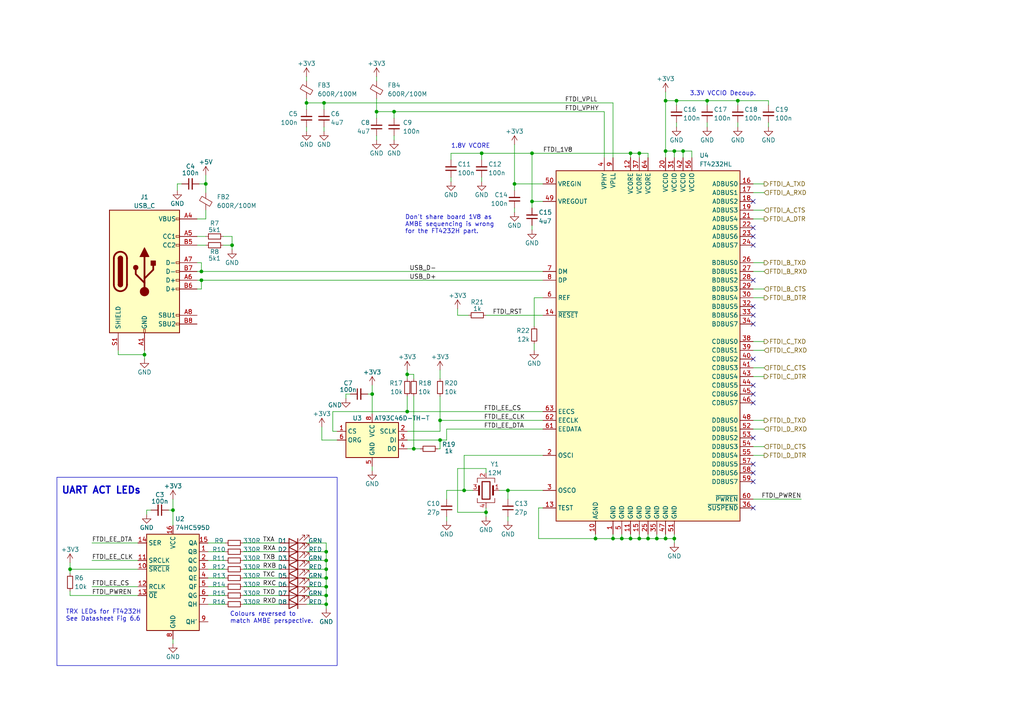
<source format=kicad_sch>
(kicad_sch (version 20230121) (generator eeschema)
  (paper "A4")
  (title_block (title "Quad AMBE-3000R Board") (date "2024-02-23") (rev "1.00") (company "M1GEO & G8OCV") (comment 1 "https://github.com/m1geo/Quad-AMBE3000") (comment 2 "https://www.george-smart.co.uk"))
  (lib_symbols
    (symbol "74xx:74HC595"
      (property "Reference" "U" (at -7.62 13.97 0))
      (property "Value" "74HC595" (at -7.62 -16.51 0))
      (symbol "74HC595_1_0"
        (pin tri_state line (at 10.16 7.62 180) (length 2.54) (name "QB") (number "1"))
        (pin input line (at -10.16 2.54 0) (length 2.54) (name "~{SRCLR}") (number "10"))
        (pin input line (at -10.16 5.08 0) (length 2.54) (name "SRCLK") (number "11"))
        (pin input line (at -10.16 -2.54 0) (length 2.54) (name "RCLK") (number "12"))
        (pin input line (at -10.16 -5.08 0) (length 2.54) (name "~{OE}") (number "13"))
        (pin input line (at -10.16 10.16 0) (length 2.54) (name "SER") (number "14"))
        (pin tri_state line (at 10.16 10.16 180) (length 2.54) (name "QA") (number "15"))
        (pin power_in line (at 0 15.24 270) (length 2.54) (name "VCC") (number "16"))
        (pin tri_state line (at 10.16 5.08 180) (length 2.54) (name "QC") (number "2"))
        (pin tri_state line (at 10.16 2.54 180) (length 2.54) (name "QD") (number "3"))
        (pin tri_state line (at 10.16 0 180) (length 2.54) (name "QE") (number "4"))
        (pin tri_state line (at 10.16 -2.54 180) (length 2.54) (name "QF") (number "5"))
        (pin tri_state line (at 10.16 -5.08 180) (length 2.54) (name "QG") (number "6"))
        (pin tri_state line (at 10.16 -7.62 180) (length 2.54) (name "QH") (number "7"))
        (pin power_in line (at 0 -17.78 90) (length 2.54) (name "GND") (number "8"))
        (pin output line (at 10.16 -12.7 180) (length 2.54) (name "QH'") (number "9"))
      )
      (symbol "74HC595_1_1"
        (rectangle (start -7.62 12.7) (end 7.62 -15.24) (stroke (width 0.254)) (fill (type background)))
      )
    )
    (symbol "Connector:USB_C_Receptacle_USB2.0_16P" (pin_names (offset 1.016))
      (property "Reference" "J" (at 0 22.225 0))
      (property "Value" "USB_C_Receptacle_USB2.0_16P" (at 0 19.685 0))
      (symbol "USB_C_Receptacle_USB2.0_16P_0_0"
        (rectangle (start -0.254 -17.78) (end 0.254 -16.764))
        (rectangle (start 10.16 -14.986) (end 9.144 -15.494))
        (rectangle (start 10.16 -12.446) (end 9.144 -12.954))
        (rectangle (start 10.16 -4.826) (end 9.144 -5.334))
        (rectangle (start 10.16 -2.286) (end 9.144 -2.794))
        (rectangle (start 10.16 0.254) (end 9.144 -0.254))
        (rectangle (start 10.16 2.794) (end 9.144 2.286))
        (rectangle (start 10.16 7.874) (end 9.144 7.366))
        (rectangle (start 10.16 10.414) (end 9.144 9.906))
        (rectangle (start 10.16 15.494) (end 9.144 14.986))
      )
      (symbol "USB_C_Receptacle_USB2.0_16P_0_1"
        (rectangle (start -10.16 17.78) (end 10.16 -17.78) (stroke (width 0.254)) (fill (type background)))
        (arc (start -8.89 -3.81) (mid -6.985 -5.7067) (end -5.08 -3.81) (stroke (width 0.508)))
        (arc (start -7.62 -3.81) (mid -6.985 -4.4423) (end -6.35 -3.81) (stroke (width 0.254)))
        (arc (start -7.62 -3.81) (mid -6.985 -4.4423) (end -6.35 -3.81) (stroke (width 0.254)) (fill (type outline)))
        (rectangle (start -7.62 -3.81) (end -6.35 3.81) (stroke (width 0.254)) (fill (type outline)))
        (arc (start -6.35 3.81) (mid -6.985 4.4423) (end -7.62 3.81) (stroke (width 0.254)))
        (arc (start -6.35 3.81) (mid -6.985 4.4423) (end -7.62 3.81) (stroke (width 0.254)) (fill (type outline)))
        (arc (start -5.08 3.81) (mid -6.985 5.7067) (end -8.89 3.81) (stroke (width 0.508)))
        (circle (center -2.54 1.143) (radius 0.635) (stroke (width 0.254)) (fill (type outline)))
        (circle (center 0 -5.842) (radius 1.27) (fill (type outline)))
        (polyline (pts (xy -8.89 -3.81) (xy -8.89 3.81)) (stroke (width 0.508)))
        (polyline (pts (xy -5.08 3.81) (xy -5.08 -3.81)) (stroke (width 0.508)))
        (polyline (pts (xy 0 -5.842) (xy 0 4.318)) (stroke (width 0.508)))
        (polyline (pts (xy 0 -3.302) (xy -2.54 -0.762) (xy -2.54 0.508)) (stroke (width 0.508)))
        (polyline (pts (xy 0 -2.032) (xy 2.54 0.508) (xy 2.54 1.778)) (stroke (width 0.508)))
        (polyline (pts (xy -1.27 4.318) (xy 0 6.858) (xy 1.27 4.318) (xy -1.27 4.318)) (stroke (width 0.254)) (fill (type outline)))
        (rectangle (start 1.905 1.778) (end 3.175 3.048) (stroke (width 0.254)) (fill (type outline)))
      )
      (symbol "USB_C_Receptacle_USB2.0_16P_1_1"
        (pin passive line (at 0 -22.86 90) (length 5.08) (name "GND") (number "A1"))
        (pin passive line (at 0 -22.86 90) (length 5.08) hide (name "GND") (number "A12"))
        (pin passive line (at 15.24 15.24 180) (length 5.08) (name "VBUS") (number "A4"))
        (pin bidirectional line (at 15.24 10.16 180) (length 5.08) (name "CC1") (number "A5"))
        (pin bidirectional line (at 15.24 -2.54 180) (length 5.08) (name "D+") (number "A6"))
        (pin bidirectional line (at 15.24 2.54 180) (length 5.08) (name "D-") (number "A7"))
        (pin bidirectional line (at 15.24 -12.7 180) (length 5.08) (name "SBU1") (number "A8"))
        (pin passive line (at 15.24 15.24 180) (length 5.08) hide (name "VBUS") (number "A9"))
        (pin passive line (at 0 -22.86 90) (length 5.08) hide (name "GND") (number "B1"))
        (pin passive line (at 0 -22.86 90) (length 5.08) hide (name "GND") (number "B12"))
        (pin passive line (at 15.24 15.24 180) (length 5.08) hide (name "VBUS") (number "B4"))
        (pin bidirectional line (at 15.24 7.62 180) (length 5.08) (name "CC2") (number "B5"))
        (pin bidirectional line (at 15.24 -5.08 180) (length 5.08) (name "D+") (number "B6"))
        (pin bidirectional line (at 15.24 0 180) (length 5.08) (name "D-") (number "B7"))
        (pin bidirectional line (at 15.24 -15.24 180) (length 5.08) (name "SBU2") (number "B8"))
        (pin passive line (at 15.24 15.24 180) (length 5.08) hide (name "VBUS") (number "B9"))
        (pin passive line (at -7.62 -22.86 90) (length 5.08) (name "SHIELD") (number "S1"))
      )
    )
    (symbol "Device:C_Small" (pin_numbers hide) (pin_names (offset 0.254) hide)
      (property "Reference" "C" (at 0.254 1.778 0))
      (property "Value" "C_Small" (at 0.254 -2.032 0))
      (symbol "C_Small_0_1"
        (polyline (pts (xy -1.524 -0.508) (xy 1.524 -0.508)) (stroke (width 0.3302)))
        (polyline (pts (xy -1.524 0.508) (xy 1.524 0.508)) (stroke (width 0.3048)))
      )
      (symbol "C_Small_1_1"
        (pin passive line (at 0 2.54 270) (length 2.032) (name "~") (number "1"))
        (pin passive line (at 0 -2.54 90) (length 2.032) (name "~") (number "2"))
      )
    )
    (symbol "Device:Crystal_GND24" (pin_names (offset 1.016) hide)
      (property "Reference" "Y" (at 3.175 5.08 0))
      (property "Value" "Crystal_GND24" (at 3.175 3.175 0))
      (symbol "Crystal_GND24_0_1"
        (rectangle (start -1.143 2.54) (end 1.143 -2.54) (stroke (width 0.3048)))
        (polyline (pts (xy -2.54 0) (xy -2.032 0)))
        (polyline (pts (xy -2.032 -1.27) (xy -2.032 1.27)) (stroke (width 0.508)))
        (polyline (pts (xy 0 -3.81) (xy 0 -3.556)))
        (polyline (pts (xy 0 3.556) (xy 0 3.81)))
        (polyline (pts (xy 2.032 -1.27) (xy 2.032 1.27)) (stroke (width 0.508)))
        (polyline (pts (xy 2.032 0) (xy 2.54 0)))
        (polyline (pts (xy -2.54 -2.286) (xy -2.54 -3.556) (xy 2.54 -3.556) (xy 2.54 -2.286)))
        (polyline (pts (xy -2.54 2.286) (xy -2.54 3.556) (xy 2.54 3.556) (xy 2.54 2.286)))
      )
      (symbol "Crystal_GND24_1_1"
        (pin passive line (at -3.81 0 0) (length 1.27) (name "1") (number "1"))
        (pin passive line (at 0 5.08 270) (length 1.27) (name "2") (number "2"))
        (pin passive line (at 3.81 0 180) (length 1.27) (name "3") (number "3"))
        (pin passive line (at 0 -5.08 90) (length 1.27) (name "4") (number "4"))
      )
    )
    (symbol "Device:FerriteBead_Small" (pin_numbers hide) (pin_names (offset 0))
      (property "Reference" "FB" (at 1.905 1.27 0))
      (property "Value" "FerriteBead_Small" (at 1.905 -1.27 0))
      (symbol "FerriteBead_Small_0_1"
        (polyline (pts (xy 0 -1.27) (xy 0 -0.7874)))
        (polyline (pts (xy 0 0.889) (xy 0 1.2954)))
        (polyline (pts (xy -1.8288 0.2794) (xy -1.1176 1.4986) (xy 1.8288 -0.2032) (xy 1.1176 -1.4224) (xy -1.8288 0.2794)))
      )
      (symbol "FerriteBead_Small_1_1"
        (pin passive line (at 0 2.54 270) (length 1.27) (name "~") (number "1"))
        (pin passive line (at 0 -2.54 90) (length 1.27) (name "~") (number "2"))
      )
    )
    (symbol "Device:LED" (pin_numbers hide) (pin_names (offset 1.016) hide)
      (property "Reference" "D" (at 0 2.54 0))
      (property "Value" "LED" (at 0 -2.54 0))
      (symbol "LED_0_1"
        (polyline (pts (xy -1.27 -1.27) (xy -1.27 1.27)) (stroke (width 0.254)))
        (polyline (pts (xy -1.27 0) (xy 1.27 0)))
        (polyline (pts (xy 1.27 -1.27) (xy 1.27 1.27) (xy -1.27 0) (xy 1.27 -1.27)) (stroke (width 0.254)))
        (polyline (pts (xy -3.048 -0.762) (xy -4.572 -2.286) (xy -3.81 -2.286) (xy -4.572 -2.286) (xy -4.572 -1.524)))
        (polyline (pts (xy -1.778 -0.762) (xy -3.302 -2.286) (xy -2.54 -2.286) (xy -3.302 -2.286) (xy -3.302 -1.524)))
      )
      (symbol "LED_1_1"
        (pin passive line (at -3.81 0 0) (length 2.54) (name "K") (number "1"))
        (pin passive line (at 3.81 0 180) (length 2.54) (name "A") (number "2"))
      )
    )
    (symbol "Device:R_Small" (pin_numbers hide) (pin_names (offset 0.254) hide)
      (property "Reference" "R" (at 0.762 0.508 0))
      (property "Value" "R_Small" (at 0.762 -1.016 0))
      (symbol "R_Small_0_1"
        (rectangle (start -0.762 1.778) (end 0.762 -1.778) (stroke (width 0.2032)))
      )
      (symbol "R_Small_1_1"
        (pin passive line (at 0 2.54 270) (length 0.762) (name "~") (number "1"))
        (pin passive line (at 0 -2.54 90) (length 0.762) (name "~") (number "2"))
      )
    )
    (symbol "Interface_USB:FT4232H"
      (property "Reference" "U" (at -26.67 53.34 0))
      (property "Value" "FT4232H" (at 19.05 53.34 0))
      (symbol "FT4232H_0_1"
        (rectangle (start -26.67 -49.53) (end 26.67 52.07) (stroke (width 0.254)) (fill (type background)))
      )
      (symbol "FT4232H_1_1"
        (pin power_in line (at -10.16 -53.34 90) (length 3.81) (name "GND") (number "1"))
        (pin power_in line (at -15.24 -53.34 90) (length 3.81) (name "AGND") (number "10"))
        (pin power_in line (at -5.08 -53.34 90) (length 3.81) (name "GND") (number "11"))
        (pin power_in line (at -5.08 55.88 270) (length 3.81) (name "VCORE") (number "12"))
        (pin input line (at -30.48 -45.72 0) (length 3.81) (name "TEST") (number "13"))
        (pin input line (at -30.48 10.16 0) (length 3.81) (name "~{RESET}") (number "14"))
        (pin power_in line (at -2.54 -53.34 90) (length 3.81) (name "GND") (number "15"))
        (pin bidirectional line (at 30.48 48.26 180) (length 3.81) (name "ADBUS0") (number "16"))
        (pin bidirectional line (at 30.48 45.72 180) (length 3.81) (name "ADBUS1") (number "17"))
        (pin bidirectional line (at 30.48 43.18 180) (length 3.81) (name "ADBUS2") (number "18"))
        (pin bidirectional line (at 30.48 40.64 180) (length 3.81) (name "ADBUS3") (number "19"))
        (pin input line (at -30.48 -30.48 0) (length 3.81) (name "OSCI") (number "2"))
        (pin power_in line (at 5.08 55.88 270) (length 3.81) (name "VCCIO") (number "20"))
        (pin bidirectional line (at 30.48 38.1 180) (length 3.81) (name "ADBUS4") (number "21"))
        (pin bidirectional line (at 30.48 35.56 180) (length 3.81) (name "ADBUS5") (number "22"))
        (pin bidirectional line (at 30.48 33.02 180) (length 3.81) (name "ADBUS6") (number "23"))
        (pin bidirectional line (at 30.48 30.48 180) (length 3.81) (name "ADBUS7") (number "24"))
        (pin power_in line (at 0 -53.34 90) (length 3.81) (name "GND") (number "25"))
        (pin bidirectional line (at 30.48 25.4 180) (length 3.81) (name "BDBUS0") (number "26"))
        (pin bidirectional line (at 30.48 22.86 180) (length 3.81) (name "BDBUS1") (number "27"))
        (pin bidirectional line (at 30.48 20.32 180) (length 3.81) (name "BDBUS2") (number "28"))
        (pin bidirectional line (at 30.48 17.78 180) (length 3.81) (name "BDBUS3") (number "29"))
        (pin output line (at -30.48 -40.64 0) (length 3.81) (name "OSCO") (number "3"))
        (pin bidirectional line (at 30.48 15.24 180) (length 3.81) (name "BDBUS4") (number "30"))
        (pin power_in line (at 7.62 55.88 270) (length 3.81) (name "VCCIO") (number "31"))
        (pin bidirectional line (at 30.48 12.7 180) (length 3.81) (name "BDBUS5") (number "32"))
        (pin bidirectional line (at 30.48 10.16 180) (length 3.81) (name "BDBUS6") (number "33"))
        (pin bidirectional line (at 30.48 7.62 180) (length 3.81) (name "BDBUS7") (number "34"))
        (pin power_in line (at 2.54 -53.34 90) (length 3.81) (name "GND") (number "35"))
        (pin output line (at 30.48 -45.72 180) (length 3.81) (name "~{SUSPEND}") (number "36"))
        (pin power_in line (at -2.54 55.88 270) (length 3.81) (name "VCORE") (number "37"))
        (pin bidirectional line (at 30.48 2.54 180) (length 3.81) (name "CDBUS0") (number "38"))
        (pin bidirectional line (at 30.48 0 180) (length 3.81) (name "CDBUS1") (number "39"))
        (pin power_in line (at -12.7 55.88 270) (length 3.81) (name "VPHY") (number "4"))
        (pin bidirectional line (at 30.48 -2.54 180) (length 3.81) (name "CDBUS2") (number "40"))
        (pin bidirectional line (at 30.48 -5.08 180) (length 3.81) (name "CDBUS3") (number "41"))
        (pin power_in line (at 10.16 55.88 270) (length 3.81) (name "VCCIO") (number "42"))
        (pin bidirectional line (at 30.48 -7.62 180) (length 3.81) (name "CDBUS4") (number "43"))
        (pin bidirectional line (at 30.48 -10.16 180) (length 3.81) (name "CDBUS5") (number "44"))
        (pin bidirectional line (at 30.48 -12.7 180) (length 3.81) (name "CDBUS6") (number "45"))
        (pin bidirectional line (at 30.48 -15.24 180) (length 3.81) (name "CDBUS7") (number "46"))
        (pin power_in line (at 5.08 -53.34 90) (length 3.81) (name "GND") (number "47"))
        (pin bidirectional line (at 30.48 -20.32 180) (length 3.81) (name "DDBUS0") (number "48"))
        (pin power_out line (at -30.48 43.18 0) (length 3.81) (name "VREGOUT") (number "49"))
        (pin power_in line (at -7.62 -53.34 90) (length 3.81) (name "GND") (number "5"))
        (pin power_in line (at -30.48 48.26 0) (length 3.81) (name "VREGIN") (number "50"))
        (pin power_in line (at 7.62 -53.34 90) (length 3.81) (name "GND") (number "51"))
        (pin bidirectional line (at 30.48 -22.86 180) (length 3.81) (name "DDBUS1") (number "52"))
        (pin bidirectional line (at 30.48 -25.4 180) (length 3.81) (name "DDBUS2") (number "53"))
        (pin bidirectional line (at 30.48 -27.94 180) (length 3.81) (name "DDBUS3") (number "54"))
        (pin bidirectional line (at 30.48 -30.48 180) (length 3.81) (name "DDBUS4") (number "55"))
        (pin power_in line (at 12.7 55.88 270) (length 3.81) (name "VCCIO") (number "56"))
        (pin bidirectional line (at 30.48 -33.02 180) (length 3.81) (name "DDBUS5") (number "57"))
        (pin bidirectional line (at 30.48 -35.56 180) (length 3.81) (name "DDBUS6") (number "58"))
        (pin bidirectional line (at 30.48 -38.1 180) (length 3.81) (name "DDBUS7") (number "59"))
        (pin input line (at -30.48 15.24 0) (length 3.81) (name "REF") (number "6"))
        (pin output line (at 30.48 -43.18 180) (length 3.81) (name "~{PWREN}") (number "60"))
        (pin bidirectional line (at -30.48 -22.86 0) (length 3.81) (name "EEDATA") (number "61"))
        (pin output line (at -30.48 -20.32 0) (length 3.81) (name "EECLK") (number "62"))
        (pin output line (at -30.48 -17.78 0) (length 3.81) (name "EECS") (number "63"))
        (pin power_in line (at 0 55.88 270) (length 3.81) (name "VCORE") (number "64"))
        (pin bidirectional line (at -30.48 22.86 0) (length 3.81) (name "DM") (number "7"))
        (pin bidirectional line (at -30.48 20.32 0) (length 3.81) (name "DP") (number "8"))
        (pin power_in line (at -10.16 55.88 270) (length 3.81) (name "VPLL") (number "9"))
      )
    )
    (symbol "Memory_EEPROM:93CxxC"
      (property "Reference" "U" (at -7.62 6.35 0))
      (property "Value" "93CxxC" (at 2.54 -6.35 0))
      (symbol "93CxxC_1_1"
        (rectangle (start -7.62 5.08) (end 7.62 -5.08) (stroke (width 0.254)) (fill (type background)))
        (pin input line (at -10.16 2.54 0) (length 2.54) (name "CS") (number "1"))
        (pin input line (at 10.16 2.54 180) (length 2.54) (name "SCLK") (number "2"))
        (pin input line (at 10.16 0 180) (length 2.54) (name "DI") (number "3"))
        (pin tri_state line (at 10.16 -2.54 180) (length 2.54) (name "DO") (number "4"))
        (pin power_in line (at 0 -7.62 90) (length 2.54) (name "GND") (number "5"))
        (pin input line (at -10.16 0 0) (length 2.54) (name "ORG") (number "6"))
        (pin no_connect line (at -7.62 -2.54 0) (length 2.54) hide (name "NC") (number "7"))
        (pin power_in line (at 0 7.62 270) (length 2.54) (name "VCC") (number "8"))
      )
    )
    (symbol "power:+3V3" (power) (pin_names (offset 0))
      (property "Value" "+3V3" (at 0 3.556 0))
      (symbol "+3V3_0_1"
        (polyline (pts (xy -0.762 1.27) (xy 0 2.54)))
        (polyline (pts (xy 0 0) (xy 0 2.54)))
        (polyline (pts (xy 0 2.54) (xy 0.762 1.27)))
      )
      (symbol "+3V3_1_1"
        (pin power_in line (at 0 0 90) (length 0) hide (name "+3V3") (number "1"))
      )
    )
    (symbol "power:+5V" (power) (pin_names (offset 0))
      (property "Value" "+5V" (at 0 3.556 0))
      (symbol "+5V_0_1"
        (polyline (pts (xy -0.762 1.27) (xy 0 2.54)))
        (polyline (pts (xy 0 0) (xy 0 2.54)))
        (polyline (pts (xy 0 2.54) (xy 0.762 1.27)))
      )
      (symbol "+5V_1_1"
        (pin power_in line (at 0 0 90) (length 0) hide (name "+5V") (number "1"))
      )
    )
    (symbol "power:GND" (power) (pin_names (offset 0))
      (property "Value" "GND" (at 0 -3.81 0))
      (symbol "GND_0_1"
        (polyline (pts (xy 0 0) (xy 0 -1.27) (xy 1.27 -1.27) (xy 0 -2.54) (xy -1.27 -1.27) (xy 0 -1.27)))
      )
      (symbol "GND_1_1"
        (pin power_in line (at 0 0 270) (length 0) hide (name "GND") (number "1"))
      )
    )
  )
  (junction (at 193.04 29.21))
  (junction (at 195.58 156.21))
  (junction (at 118.11 119.38))
  (junction (at 139.7 44.45))
  (junction (at 94.615 172.72))
  (junction (at 127.635 121.92))
  (junction (at 172.72 156.21))
  (junction (at 94.615 162.56))
  (junction (at 140.97 148.59))
  (junction (at 58.42 78.74))
  (junction (at 177.8 156.21))
  (junction (at 185.42 156.21))
  (junction (at 67.31 71.12))
  (junction (at 107.95 114.3))
  (junction (at 190.5 156.21))
  (junction (at 114.3 32.385))
  (junction (at 58.42 81.28))
  (junction (at 193.04 156.21))
  (junction (at 20.32 165.1))
  (junction (at 205.105 29.21))
  (junction (at 94.615 170.18))
  (junction (at 198.12 43.815))
  (junction (at 182.88 44.45))
  (junction (at 94.615 160.02))
  (junction (at 120.015 130.175))
  (junction (at 94.615 167.64))
  (junction (at 88.9 29.845))
  (junction (at 154.305 44.45))
  (junction (at 41.91 102.87))
  (junction (at 180.34 156.21))
  (junction (at 94.615 175.26))
  (junction (at 196.215 29.21))
  (junction (at 195.58 43.815))
  (junction (at 187.96 156.21))
  (junction (at 50.165 147.955))
  (junction (at 109.22 32.385))
  (junction (at 154.305 58.42))
  (junction (at 149.225 53.34))
  (junction (at 185.42 44.45))
  (junction (at 147.32 142.24))
  (junction (at 59.69 53.34))
  (junction (at 118.11 108.585))
  (junction (at 213.995 29.21))
  (junction (at 93.98 29.845))
  (junction (at 182.88 156.21))
  (junction (at 127.635 127.635))
  (junction (at 193.04 43.815))
  (junction (at 94.615 165.1))
  (junction (at 134.62 142.24))
  (no_connect (at 218.44 104.14))
  (no_connect (at 218.44 81.28))
  (no_connect (at 218.44 134.62))
  (no_connect (at 218.44 114.3))
  (no_connect (at 218.44 139.7))
  (no_connect (at 218.44 127))
  (no_connect (at 218.44 66.04))
  (no_connect (at 218.44 88.9))
  (no_connect (at 218.44 111.76))
  (no_connect (at 218.44 137.16))
  (no_connect (at 218.44 91.44))
  (no_connect (at 218.44 71.12))
  (no_connect (at 218.44 116.84))
  (no_connect (at 218.44 58.42))
  (no_connect (at 218.44 93.98))
  (no_connect (at 218.44 68.58))
  (no_connect (at 218.44 147.32))
  (wire (pts (xy 218.44 86.36) (xy 221.615 86.36)))
  (wire (pts (xy 88.9 28.575) (xy 88.9 29.845)))
  (wire (pts (xy 218.44 60.96) (xy 221.615 60.96)))
  (wire (pts (xy 109.22 22.225) (xy 109.22 23.495)))
  (wire (pts (xy 193.04 156.21) (xy 193.04 154.94)))
  (wire (pts (xy 93.98 36.83) (xy 93.98 38.1)))
  (wire (pts (xy 60.325 162.56) (xy 65.405 162.56)))
  (wire (pts (xy 100.33 114.3) (xy 100.33 115.57)))
  (wire (pts (xy 118.11 108.585) (xy 118.11 109.855)))
  (wire (pts (xy 190.5 156.21) (xy 193.04 156.21)))
  (wire (pts (xy 205.105 29.21) (xy 205.105 30.48)))
  (wire (pts (xy 88.9 172.72) (xy 94.615 172.72)))
  (wire (pts (xy 140.97 135.89) (xy 132.715 135.89)))
  (wire (pts (xy 172.72 156.21) (xy 177.8 156.21)))
  (wire (pts (xy 88.9 29.845) (xy 88.9 31.75)))
  (wire (pts (xy 114.3 32.385) (xy 109.22 32.385)))
  (wire (pts (xy 51.435 53.34) (xy 51.435 55.245)))
  (wire (pts (xy 213.995 35.56) (xy 213.995 36.83)))
  (wire (pts (xy 222.885 29.21) (xy 213.995 29.21)))
  (wire (pts (xy 60.325 170.18) (xy 65.405 170.18)))
  (wire (pts (xy 57.15 71.12) (xy 59.69 71.12)))
  (wire (pts (xy 94.615 162.56) (xy 94.615 165.1)))
  (wire (pts (xy 198.12 43.815) (xy 198.12 45.72)))
  (wire (pts (xy 118.11 107.315) (xy 118.11 108.585)))
  (wire (pts (xy 154.305 65.405) (xy 154.305 66.675)))
  (wire (pts (xy 130.81 44.45) (xy 130.81 46.355)))
  (wire (pts (xy 139.7 51.435) (xy 139.7 52.705)))
  (wire (pts (xy 57.15 68.58) (xy 59.69 68.58)))
  (wire (pts (xy 177.8 29.845) (xy 177.8 45.72)))
  (wire (pts (xy 200.66 43.815) (xy 200.66 45.72)))
  (wire (pts (xy 41.91 102.87) (xy 41.91 104.14)))
  (wire (pts (xy 57.785 53.34) (xy 59.69 53.34)))
  (wire (pts (xy 147.32 142.24) (xy 157.48 142.24)))
  (wire (pts (xy 139.7 44.45) (xy 154.305 44.45)))
  (wire (pts (xy 177.8 29.845) (xy 93.98 29.845)))
  (wire (pts (xy 96.52 119.38) (xy 96.52 125.095)))
  (wire (pts (xy 127.635 127.635) (xy 127.635 130.175)))
  (wire (pts (xy 88.9 36.83) (xy 88.9 38.1)))
  (wire (pts (xy 107.95 136.525) (xy 107.95 135.255)))
  (wire (pts (xy 96.52 119.38) (xy 118.11 119.38)))
  (wire (pts (xy 60.325 172.72) (xy 65.405 172.72)))
  (wire (pts (xy 93.98 29.845) (xy 88.9 29.845)))
  (wire (pts (xy 88.9 170.18) (xy 94.615 170.18)))
  (wire (pts (xy 147.32 149.86) (xy 147.32 151.13)))
  (wire (pts (xy 129.54 142.24) (xy 134.62 142.24)))
  (wire (pts (xy 93.345 127.635) (xy 97.79 127.635)))
  (wire (pts (xy 193.04 26.67) (xy 193.04 29.21)))
  (wire (pts (xy 218.44 78.74) (xy 221.615 78.74)))
  (wire (pts (xy 154.94 99.695) (xy 154.94 101.6)))
  (wire (pts (xy 57.15 83.82) (xy 58.42 83.82)))
  (wire (pts (xy 70.485 157.48) (xy 81.28 157.48)))
  (wire (pts (xy 139.7 44.45) (xy 139.7 46.355)))
  (wire (pts (xy 70.485 162.56) (xy 81.28 162.56)))
  (wire (pts (xy 195.58 156.21) (xy 195.58 157.48)))
  (wire (pts (xy 218.44 132.08) (xy 221.615 132.08)))
  (wire (pts (xy 64.77 71.12) (xy 67.31 71.12)))
  (wire (pts (xy 149.225 53.34) (xy 157.48 53.34)))
  (wire (pts (xy 120.015 130.175) (xy 121.92 130.175)))
  (wire (pts (xy 218.44 55.88) (xy 221.615 55.88)))
  (wire (pts (xy 70.485 165.1) (xy 81.28 165.1)))
  (wire (pts (xy 96.52 125.095) (xy 97.79 125.095)))
  (wire (pts (xy 20.32 172.72) (xy 20.32 171.45)))
  (wire (pts (xy 195.58 43.815) (xy 195.58 45.72)))
  (wire (pts (xy 60.325 160.02) (xy 65.405 160.02)))
  (wire (pts (xy 60.325 165.1) (xy 65.405 165.1)))
  (wire (pts (xy 134.62 142.24) (xy 137.16 142.24)))
  (wire (pts (xy 185.42 156.21) (xy 187.96 156.21)))
  (wire (pts (xy 60.325 157.48) (xy 65.405 157.48)))
  (wire (pts (xy 218.44 124.46) (xy 221.615 124.46)))
  (wire (pts (xy 218.44 109.22) (xy 221.615 109.22)))
  (wire (pts (xy 127 130.175) (xy 127.635 130.175)))
  (wire (pts (xy 144.78 142.24) (xy 147.32 142.24)))
  (wire (pts (xy 140.97 147.32) (xy 140.97 148.59)))
  (wire (pts (xy 149.225 60.325) (xy 149.225 61.595)))
  (wire (pts (xy 94.615 165.1) (xy 94.615 167.64)))
  (wire (pts (xy 193.04 43.815) (xy 193.04 45.72)))
  (wire (pts (xy 70.485 172.72) (xy 81.28 172.72)))
  (wire (pts (xy 149.225 55.245) (xy 149.225 53.34)))
  (wire (pts (xy 52.705 53.34) (xy 51.435 53.34)))
  (wire (pts (xy 218.44 106.68) (xy 221.615 106.68)))
  (wire (pts (xy 57.15 76.2) (xy 58.42 76.2)))
  (wire (pts (xy 101.6 114.3) (xy 100.33 114.3)))
  (wire (pts (xy 213.995 29.21) (xy 205.105 29.21)))
  (wire (pts (xy 67.31 68.58) (xy 64.77 68.58)))
  (wire (pts (xy 50.165 144.78) (xy 50.165 147.955)))
  (wire (pts (xy 88.9 157.48) (xy 94.615 157.48)))
  (wire (pts (xy 118.11 114.935) (xy 118.11 119.38)))
  (wire (pts (xy 70.485 175.26) (xy 81.28 175.26)))
  (wire (pts (xy 67.31 72.39) (xy 67.31 71.12)))
  (wire (pts (xy 195.58 154.94) (xy 195.58 156.21)))
  (wire (pts (xy 88.9 167.64) (xy 94.615 167.64)))
  (wire (pts (xy 60.325 167.64) (xy 65.405 167.64)))
  (wire (pts (xy 132.715 148.59) (xy 140.97 148.59)))
  (wire (pts (xy 180.34 156.21) (xy 180.34 154.94)))
  (wire (pts (xy 120.015 114.935) (xy 120.015 130.175)))
  (wire (pts (xy 50.165 152.4) (xy 50.165 147.955)))
  (wire (pts (xy 132.715 89.535) (xy 132.715 91.44)))
  (wire (pts (xy 140.97 91.44) (xy 157.48 91.44)))
  (wire (pts (xy 218.44 129.54) (xy 221.615 129.54)))
  (wire (pts (xy 180.34 156.21) (xy 182.88 156.21)))
  (wire (pts (xy 154.305 44.45) (xy 154.305 58.42)))
  (wire (pts (xy 182.88 45.72) (xy 182.88 44.45)))
  (wire (pts (xy 34.29 102.87) (xy 41.91 102.87)))
  (wire (pts (xy 222.885 29.21) (xy 222.885 30.48)))
  (wire (pts (xy 57.15 63.5) (xy 59.69 63.5)))
  (wire (pts (xy 185.42 156.21) (xy 185.42 154.94)))
  (wire (pts (xy 157.48 132.08) (xy 134.62 132.08)))
  (wire (pts (xy 187.96 44.45) (xy 185.42 44.45)))
  (wire (pts (xy 193.04 156.21) (xy 195.58 156.21)))
  (wire (pts (xy 218.44 83.82) (xy 221.615 83.82)))
  (wire (pts (xy 190.5 156.21) (xy 190.5 154.94)))
  (wire (pts (xy 182.88 156.21) (xy 182.88 154.94)))
  (wire (pts (xy 88.9 22.225) (xy 88.9 23.495)))
  (wire (pts (xy 132.715 135.89) (xy 132.715 148.59)))
  (wire (pts (xy 157.48 147.32) (xy 156.21 147.32)))
  (wire (pts (xy 182.88 156.21) (xy 185.42 156.21)))
  (wire (pts (xy 218.44 144.78) (xy 232.41 144.78)))
  (wire (pts (xy 196.215 35.56) (xy 196.215 36.83)))
  (wire (pts (xy 57.15 81.28) (xy 58.42 81.28)))
  (wire (pts (xy 70.485 170.18) (xy 81.28 170.18)))
  (wire (pts (xy 59.69 53.34) (xy 59.69 50.8)))
  (wire (pts (xy 205.105 35.56) (xy 205.105 36.83)))
  (wire (pts (xy 94.615 157.48) (xy 94.615 160.02)))
  (wire (pts (xy 88.9 165.1) (xy 94.615 165.1)))
  (wire (pts (xy 20.32 172.72) (xy 40.005 172.72)))
  (wire (pts (xy 129.54 149.86) (xy 129.54 151.13)))
  (wire (pts (xy 129.54 142.24) (xy 129.54 144.78)))
  (wire (pts (xy 193.04 43.815) (xy 195.58 43.815)))
  (wire (pts (xy 140.97 137.16) (xy 140.97 135.89)))
  (wire (pts (xy 120.015 109.855) (xy 120.015 108.585)))
  (wire (pts (xy 107.95 114.3) (xy 106.68 114.3)))
  (wire (pts (xy 127.635 121.92) (xy 157.48 121.92)))
  (wire (pts (xy 58.42 81.28) (xy 157.48 81.28)))
  (wire (pts (xy 118.11 119.38) (xy 157.48 119.38)))
  (wire (pts (xy 41.91 101.6) (xy 41.91 102.87)))
  (wire (pts (xy 94.615 170.18) (xy 94.615 172.72)))
  (wire (pts (xy 88.9 160.02) (xy 94.615 160.02)))
  (wire (pts (xy 114.3 32.385) (xy 114.3 34.29)))
  (wire (pts (xy 26.67 162.56) (xy 40.005 162.56)))
  (wire (pts (xy 185.42 44.45) (xy 182.88 44.45)))
  (wire (pts (xy 67.31 71.12) (xy 67.31 68.58)))
  (wire (pts (xy 26.67 157.48) (xy 40.005 157.48)))
  (wire (pts (xy 129.54 124.46) (xy 157.48 124.46)))
  (wire (pts (xy 196.215 29.21) (xy 196.215 30.48)))
  (wire (pts (xy 175.26 32.385) (xy 175.26 45.72)))
  (wire (pts (xy 109.22 39.37) (xy 109.22 40.64)))
  (wire (pts (xy 130.81 51.435) (xy 130.81 52.705)))
  (wire (pts (xy 156.21 156.21) (xy 172.72 156.21)))
  (wire (pts (xy 42.545 147.955) (xy 42.545 149.225)))
  (wire (pts (xy 58.42 83.82) (xy 58.42 81.28)))
  (wire (pts (xy 140.97 148.59) (xy 140.97 149.86)))
  (wire (pts (xy 154.94 86.36) (xy 157.48 86.36)))
  (wire (pts (xy 187.96 156.21) (xy 190.5 156.21)))
  (wire (pts (xy 218.44 99.06) (xy 221.615 99.06)))
  (wire (pts (xy 34.29 101.6) (xy 34.29 102.87)))
  (wire (pts (xy 94.615 172.72) (xy 94.615 175.26)))
  (wire (pts (xy 70.485 160.02) (xy 81.28 160.02)))
  (wire (pts (xy 93.98 29.845) (xy 93.98 31.75)))
  (wire (pts (xy 218.44 101.6) (xy 221.615 101.6)))
  (wire (pts (xy 94.615 175.26) (xy 94.615 176.53)))
  (wire (pts (xy 57.15 78.74) (xy 58.42 78.74)))
  (wire (pts (xy 218.44 76.2) (xy 221.615 76.2)))
  (wire (pts (xy 26.67 170.18) (xy 40.005 170.18)))
  (wire (pts (xy 129.54 127.635) (xy 127.635 127.635)))
  (wire (pts (xy 187.96 45.72) (xy 187.96 44.45)))
  (wire (pts (xy 187.96 156.21) (xy 187.96 154.94)))
  (wire (pts (xy 205.105 29.21) (xy 196.215 29.21)))
  (wire (pts (xy 172.72 156.21) (xy 172.72 154.94)))
  (wire (pts (xy 213.995 29.21) (xy 213.995 30.48)))
  (wire (pts (xy 114.3 39.37) (xy 114.3 40.64)))
  (wire (pts (xy 129.54 124.46) (xy 129.54 127.635)))
  (wire (pts (xy 94.615 167.64) (xy 94.615 170.18)))
  (wire (pts (xy 218.44 53.34) (xy 221.615 53.34)))
  (wire (pts (xy 20.32 163.195) (xy 20.32 165.1)))
  (wire (pts (xy 120.015 108.585) (xy 118.11 108.585)))
  (wire (pts (xy 60.325 175.26) (xy 65.405 175.26)))
  (wire (pts (xy 118.11 127.635) (xy 127.635 127.635)))
  (wire (pts (xy 93.345 123.825) (xy 93.345 127.635)))
  (wire (pts (xy 58.42 78.74) (xy 157.48 78.74)))
  (wire (pts (xy 193.04 29.21) (xy 196.215 29.21)))
  (wire (pts (xy 147.32 142.24) (xy 147.32 144.78)))
  (wire (pts (xy 156.21 147.32) (xy 156.21 156.21)))
  (wire (pts (xy 175.26 32.385) (xy 114.3 32.385)))
  (wire (pts (xy 48.895 147.955) (xy 50.165 147.955)))
  (wire (pts (xy 177.8 156.21) (xy 180.34 156.21)))
  (wire (pts (xy 70.485 167.64) (xy 81.28 167.64)))
  (wire (pts (xy 154.305 60.325) (xy 154.305 58.42)))
  (wire (pts (xy 198.12 43.815) (xy 200.66 43.815)))
  (wire (pts (xy 118.11 130.175) (xy 120.015 130.175)))
  (wire (pts (xy 193.04 29.21) (xy 193.04 43.815)))
  (wire (pts (xy 20.32 165.1) (xy 40.005 165.1)))
  (wire (pts (xy 127.635 125.095) (xy 127.635 121.92)))
  (wire (pts (xy 132.715 91.44) (xy 135.89 91.44)))
  (wire (pts (xy 222.885 35.56) (xy 222.885 36.83)))
  (wire (pts (xy 109.22 28.575) (xy 109.22 32.385)))
  (wire (pts (xy 109.22 32.385) (xy 109.22 34.29)))
  (wire (pts (xy 195.58 43.815) (xy 198.12 43.815)))
  (wire (pts (xy 107.95 114.3) (xy 107.95 120.015)))
  (wire (pts (xy 154.305 58.42) (xy 157.48 58.42)))
  (wire (pts (xy 185.42 45.72) (xy 185.42 44.45)))
  (wire (pts (xy 59.69 60.96) (xy 59.69 63.5)))
  (wire (pts (xy 177.8 156.21) (xy 177.8 154.94)))
  (wire (pts (xy 59.69 53.34) (xy 59.69 55.88)))
  (wire (pts (xy 149.225 41.91) (xy 149.225 53.34)))
  (wire (pts (xy 20.32 165.1) (xy 20.32 166.37)))
  (wire (pts (xy 88.9 162.56) (xy 94.615 162.56)))
  (wire (pts (xy 218.44 121.92) (xy 221.615 121.92)))
  (wire (pts (xy 134.62 132.08) (xy 134.62 142.24)))
  (wire (pts (xy 58.42 76.2) (xy 58.42 78.74)))
  (wire (pts (xy 118.11 125.095) (xy 127.635 125.095)))
  (wire (pts (xy 42.545 147.955) (xy 43.815 147.955)))
  (wire (pts (xy 88.9 175.26) (xy 94.615 175.26)))
  (wire (pts (xy 218.44 63.5) (xy 221.615 63.5)))
  (wire (pts (xy 127.635 114.935) (xy 127.635 121.92)))
  (wire (pts (xy 107.95 114.3) (xy 107.95 111.76)))
  (wire (pts (xy 130.81 44.45) (xy 139.7 44.45)))
  (wire (pts (xy 154.94 94.615) (xy 154.94 86.36)))
  (wire (pts (xy 127.635 107.315) (xy 127.635 109.855)))
  (wire (pts (xy 182.88 44.45) (xy 154.305 44.45)))
  (wire (pts (xy 50.165 185.42) (xy 50.165 186.69)))
  (wire (pts (xy 94.615 160.02) (xy 94.615 162.56)))
  (rectangle (start 16.51 138.43) (end 97.79 193.04))
  (text "Colours reversed to\nmatch AMBE perspective." (at 66.675 180.975 0) (effects (font (size 1.27 1.27)) (justify left bottom)))
  (text "UART ACT LEDs" (at 17.78 143.51 0) (effects (font (size 2 2) (thickness 0.4) bold) (justify left bottom)))
  (text "TRX LEDs for FT4232H\nSee Datasheet Fig 6.6" (at 19.05 180.34 0) (effects (font (size 1.27 1.27)) (justify left bottom)))
  (text "1.8V VCORE" (at 130.81 43.18 0) (effects (font (size 1.27 1.27)) (justify left bottom)))
  (text "3.3V VCCIO Decoup." (at 200.025 27.94 0) (effects (font (size 1.27 1.27)) (justify left bottom)))
  (text "Don't share board 1V8 as\nAMBE sequencing is wrong\nfor the FT4232H part." (at 117.475 67.945 0) (effects (font (size 1.27 1.27)) (justify left bottom)))
  (label "FTDI_EE_CLK" (at 140.335 121.92 0))
  (label "FTDI_EE_CS" (at 26.67 170.18 0))
  (label "RXA" (at 76.2 160.02 0))
  (label "TXC" (at 76.2 167.64 0))
  (label "FTDI_EE_DTA" (at 26.67 157.48 0))
  (label "TXA" (at 76.2 157.48 0))
  (label "RXB" (at 76.2 165.1 0))
  (label "TXD" (at 76.2 172.72 0))
  (label "TXB" (at 76.2 162.56 0))
  (label "USB_D+" (at 118.745 81.28 0))
  (label "FTDI_PWREN" (at 232.41 144.78 180))
  (label "FTDI_EE_CLK" (at 26.67 162.56 0))
  (label "RXC" (at 76.2 170.18 0))
  (label "FTDI_VPLL" (at 163.83 29.845 0))
  (label "RXD" (at 76.2 175.26 0))
  (label "FTDI_EE_DTA" (at 140.335 124.46 0))
  (label "FTDI_EE_CS" (at 140.335 119.38 0))
  (label "FTDI_1V8" (at 157.48 44.45 0))
  (label "USB_D-" (at 118.745 78.74 0))
  (label "FTDI_VPHY" (at 163.83 32.385 0))
  (label "FTDI_RST" (at 142.875 91.44 0))
  (label "FTDI_PWREN" (at 26.67 172.72 0))
  (hierarchical_label "FTDI_B_RXD" (shape input) (at 221.615 78.74 0))
  (hierarchical_label "FTDI_D_CTS" (shape input) (at 221.615 129.54 0))
  (hierarchical_label "FTDI_D_TXD" (shape output) (at 221.615 121.92 0))
  (hierarchical_label "FTDI_C_TXD" (shape output) (at 221.615 99.06 0))
  (hierarchical_label "FTDI_A_CTS" (shape input) (at 221.615 60.96 0))
  (hierarchical_label "FTDI_C_DTR" (shape output) (at 221.615 109.22 0))
  (hierarchical_label "FTDI_C_CTS" (shape input) (at 221.615 106.68 0))
  (hierarchical_label "FTDI_D_RXD" (shape input) (at 221.615 124.46 0))
  (hierarchical_label "FTDI_B_CTS" (shape input) (at 221.615 83.82 0))
  (hierarchical_label "FTDI_B_DTR" (shape output) (at 221.615 86.36 0))
  (hierarchical_label "FTDI_A_TXD" (shape output) (at 221.615 53.34 0))
  (hierarchical_label "FTDI_C_RXD" (shape input) (at 221.615 101.6 0))
  (hierarchical_label "FTDI_A_RXD" (shape input) (at 221.615 55.88 0))
  (hierarchical_label "FTDI_D_DTR" (shape output) (at 221.615 132.08 0))
  (hierarchical_label "FTDI_B_TXD" (shape output) (at 221.615 76.2 0))
  (hierarchical_label "FTDI_A_DTR" (shape output) (at 221.615 63.5 0))
  (symbol (lib_id "power:GND") (at 147.32 151.13 0) (unit 1)
    (property "Reference" "#PWR032" (effects hide))
    (property "Value" "GND" (at 147.32 154.94 0))
  )
  (symbol (lib_id "power:GND") (at 222.885 36.83 0) (unit 1)
    (property "Reference" "#PWR042" (effects hide))
    (property "Value" "GND" (at 222.885 40.64 0))
  )
  (symbol (lib_id "power:GND") (at 42.545 149.225 0) (mirror y) (unit 1)
    (property "Reference" "#PWR08" (effects hide))
    (property "Value" "GND" (at 42.545 153.035 0))
  )
  (symbol (lib_id "power:+3V3") (at 93.345 123.825 0) (unit 1)
    (property "Reference" "#PWR016" (effects hide))
    (property "Value" "+3V3" (at 93.345 120.015 0))
  )
  (symbol (lib_id "Device:C_Small") (at 149.225 57.785 0) (mirror x) (unit 1)
    (property "Reference" "C14" (at 147.32 56.515 0) (effects (justify right)))
    (property "Value" "100n" (at 147.32 59.055 0) (effects (justify right)))
    (property "Footprint" "Capacitor_SMD:C_0603_1608Metric" (effects hide))
  )
  (symbol (lib_id "Device:R_Small") (at 67.945 167.64 90) (unit 1)
    (property "Reference" "R13" (at 63.5 167.005 90))
    (property "Value" "330R" (at 73.025 167.005 90))
    (property "Footprint" "Resistor_SMD:R_0603_1608Metric" (effects hide))
  )
  (symbol (lib_id "Device:LED") (at 85.09 167.64 180) (unit 1)
    (property "Reference" "D5" (at 81.915 167.005 0))
    (property "Value" "GRN" (at 91.44 167.005 0))
    (property "Footprint" "LED_SMD:LED_0603_1608Metric" (effects hide))
  )
  (symbol (lib_id "Device:R_Small") (at 62.23 68.58 90) (unit 1)
    (property "Reference" "R7" (at 62.23 64.77 90))
    (property "Value" "5k1" (at 62.23 66.675 90))
    (property "Footprint" "Resistor_SMD:R_0603_1608Metric" (effects hide))
  )
  (symbol (lib_id "Device:C_Small") (at 104.14 114.3 90) (mirror x) (unit 1)
    (property "Reference" "C7" (at 100.965 111.125 90))
    (property "Value" "100n" (at 100.965 113.03 90))
    (property "Footprint" "Capacitor_SMD:C_0603_1608Metric" (effects hide))
  )
  (symbol (lib_id "Connector:USB_C_Receptacle_USB2.0_16P") (at 41.91 78.74 0) (unit 1)
    (property "Reference" "J1" (at 41.91 57.15 0))
    (property "Value" "USB_C" (at 41.91 59.69 0))
    (property "Footprint" "Connector_USB:USB_C_Receptacle_GCT_USB4110" (effects hide))
    (property "Datasheet" "https://www.usb.org/sites/default/files/documents/usb_type-c.zip" (effects hide))
    (property "LCSC" "C963217" (effects hide))
  )
  (symbol (lib_id "power:GND") (at 130.81 52.705 0) (unit 1)
    (property "Reference" "#PWR028" (effects hide))
    (property "Value" "GND" (at 130.81 56.515 0))
  )
  (symbol (lib_id "power:+5V") (at 59.69 50.8 0) (unit 1)
    (property "Reference" "#PWR012" (effects hide))
    (property "Value" "+5V" (at 59.69 46.99 0))
  )
  (symbol (lib_id "Device:R_Small") (at 67.945 157.48 90) (unit 1)
    (property "Reference" "R9" (at 63.5 156.845 90))
    (property "Value" "330R" (at 73.025 156.845 90))
    (property "Footprint" "Resistor_SMD:R_0603_1608Metric" (effects hide))
  )
  (symbol (lib_id "Device:C_Small") (at 114.3 36.83 180) (unit 1)
    (property "Reference" "C9" (at 116.84 35.56 0) (effects (justify right)))
    (property "Value" "100n" (at 116.84 38.1 0) (effects (justify right)))
    (property "Footprint" "Capacitor_SMD:C_0603_1608Metric" (effects hide))
  )
  (symbol (lib_id "Device:LED") (at 85.09 172.72 180) (unit 1)
    (property "Reference" "D7" (at 81.915 172.085 0))
    (property "Value" "GRN" (at 91.44 172.085 0))
    (property "Footprint" "LED_SMD:LED_0603_1608Metric" (effects hide))
  )
  (symbol (lib_id "Device:R_Small") (at 67.945 170.18 90) (unit 1)
    (property "Reference" "R14" (at 63.5 169.545 90))
    (property "Value" "330R" (at 73.025 169.545 90))
    (property "Footprint" "Resistor_SMD:R_0603_1608Metric" (effects hide))
  )
  (symbol (lib_id "power:GND") (at 154.94 101.6 0) (unit 1)
    (property "Reference" "#PWR036" (effects hide))
    (property "Value" "GND" (at 154.94 105.41 0))
  )
  (symbol (lib_id "power:GND") (at 213.995 36.83 0) (unit 1)
    (property "Reference" "#PWR041" (effects hide))
    (property "Value" "GND" (at 213.995 40.64 0))
  )
  (symbol (lib_id "Device:FerriteBead_Small") (at 109.22 26.035 0) (unit 1)
    (property "Reference" "FB4" (at 112.395 24.7269 0) (effects (justify left)))
    (property "Value" "600R/100M" (at 112.395 27.2669 0) (effects (justify left)))
    (property "Footprint" "Inductor_SMD:L_0805_2012Metric" (effects hide))
    (property "Datasheet" "https://datasheet.lcsc.com/lcsc/2109181830_Sunlord-GZ2012D601TF_C1017.pdf" (effects hide))
    (property "LCSC" "C1017" (effects hide))
  )
  (symbol (lib_id "power:GND") (at 93.98 38.1 0) (unit 1)
    (property "Reference" "#PWR017" (effects hide))
    (property "Value" "GND" (at 93.98 41.91 0))
  )
  (symbol (lib_id "power:GND") (at 196.215 36.83 0) (unit 1)
    (property "Reference" "#PWR039" (effects hide))
    (property "Value" "GND" (at 196.215 40.64 0))
  )
  (symbol (lib_id "power:GND") (at 100.33 115.57 0) (mirror y) (unit 1)
    (property "Reference" "#PWR019" (effects hide))
    (property "Value" "GND" (at 97.155 117.475 0))
  )
  (symbol (lib_id "power:GND") (at 129.54 151.13 0) (unit 1)
    (property "Reference" "#PWR027" (effects hide))
    (property "Value" "GND" (at 129.54 154.94 0))
  )
  (symbol (lib_id "Device:R_Small") (at 67.945 175.26 90) (unit 1)
    (property "Reference" "R16" (at 63.5 174.625 90))
    (property "Value" "330R" (at 73.025 174.625 90))
    (property "Footprint" "Resistor_SMD:R_0603_1608Metric" (effects hide))
  )
  (symbol (lib_id "74xx:74HC595") (at 50.165 167.64 0) (unit 1)
    (property "Reference" "U2" (at 50.8 150.495 0) (effects (justify left)))
    (property "Value" "74HC595D" (at 50.8 153.035 0) (effects (justify left)))
    (property "Footprint" "Package_SO:SO-16_3.9x9.9mm_P1.27mm" (effects hide))
    (property "Datasheet" "http://www.ti.com/lit/ds/symlink/sn74hc595.pdf" (effects hide))
    (property "LCSC" "C5947" (effects hide))
  )
  (symbol (lib_id "power:GND") (at 140.97 149.86 0) (unit 1)
    (property "Reference" "#PWR031" (effects hide))
    (property "Value" "GND" (at 140.97 153.67 0))
  )
  (symbol (lib_id "power:GND") (at 51.435 55.245 0) (mirror y) (unit 1)
    (property "Reference" "#PWR011" (effects hide))
    (property "Value" "GND" (at 51.435 59.055 0))
  )
  (symbol (lib_id "Device:C_Small") (at 213.995 33.02 180) (unit 1)
    (property "Reference" "C18" (at 215.9 31.75 0) (effects (justify right)))
    (property "Value" "100n" (at 215.9 34.29 0) (effects (justify right)))
    (property "Footprint" "Capacitor_SMD:C_0603_1608Metric" (effects hide))
  )
  (symbol (lib_id "power:GND") (at 149.225 61.595 0) (unit 1)
    (property "Reference" "#PWR034" (effects hide))
    (property "Value" "GND" (at 149.225 65.405 0))
  )
  (symbol (lib_id "Device:R_Small") (at 67.945 160.02 90) (unit 1)
    (property "Reference" "R10" (at 63.5 159.385 90))
    (property "Value" "330R" (at 73.025 159.385 90))
    (property "Footprint" "Resistor_SMD:R_0603_1608Metric" (effects hide))
  )
  (symbol (lib_id "power:GND") (at 205.105 36.83 0) (unit 1)
    (property "Reference" "#PWR040" (effects hide))
    (property "Value" "GND" (at 205.105 40.64 0))
  )
  (symbol (lib_id "Device:LED") (at 85.09 157.48 180) (unit 1)
    (property "Reference" "D1" (at 81.915 156.845 0))
    (property "Value" "GRN" (at 91.44 156.845 0))
    (property "Footprint" "LED_SMD:LED_0603_1608Metric" (effects hide))
  )
  (symbol (lib_id "power:GND") (at 109.22 40.64 0) (mirror y) (unit 1)
    (property "Reference" "#PWR023" (effects hide))
    (property "Value" "GND" (at 109.22 44.45 0))
  )
  (symbol (lib_id "power:+3V3") (at 50.165 144.78 0) (mirror y) (unit 1)
    (property "Reference" "#PWR09" (effects hide))
    (property "Value" "+3V3" (at 50.165 140.97 0))
  )
  (symbol (lib_id "Device:FerriteBead_Small") (at 59.69 58.42 0) (unit 1)
    (property "Reference" "FB2" (at 62.865 57.1119 0) (effects (justify left)))
    (property "Value" "600R/100M" (at 62.865 59.6519 0) (effects (justify left)))
    (property "Footprint" "Inductor_SMD:L_0805_2012Metric" (effects hide))
    (property "Datasheet" "https://datasheet.lcsc.com/lcsc/2109181830_Sunlord-GZ2012D601TF_C1017.pdf" (effects hide))
    (property "LCSC" "C1017" (effects hide))
  )
  (symbol (lib_id "Device:C_Small") (at 205.105 33.02 180) (unit 1)
    (property "Reference" "C17" (at 207.01 31.75 0) (effects (justify right)))
    (property "Value" "100n" (at 207.01 34.29 0) (effects (justify right)))
    (property "Footprint" "Capacitor_SMD:C_0603_1608Metric" (effects hide))
  )
  (symbol (lib_id "Device:R_Small") (at 118.11 112.395 180) (unit 1)
    (property "Reference" "R17" (at 116.84 111.125 0) (effects (justify left)))
    (property "Value" "10k" (at 116.84 113.665 0) (effects (justify left)))
    (property "Footprint" "Resistor_SMD:R_0603_1608Metric" (effects hide))
  )
  (symbol (lib_id "power:GND") (at 195.58 157.48 0) (unit 1)
    (property "Reference" "#PWR038" (effects hide))
    (property "Value" "GND" (at 195.58 161.29 0))
  )
  (symbol (lib_id "power:+3V3") (at 132.715 89.535 0) (unit 1)
    (property "Reference" "#PWR029" (effects hide))
    (property "Value" "+3V3" (at 132.715 85.725 0))
  )
  (symbol (lib_id "Device:LED") (at 85.09 170.18 180) (unit 1)
    (property "Reference" "D6" (at 81.915 169.545 0))
    (property "Value" "RED" (at 91.44 169.545 0))
    (property "Footprint" "LED_SMD:LED_0603_1608Metric" (effects hide))
  )
  (symbol (lib_id "power:GND") (at 50.165 186.69 0) (mirror y) (unit 1)
    (property "Reference" "#PWR010" (effects hide))
    (property "Value" "GND" (at 50.165 190.5 0))
  )
  (symbol (lib_id "Device:Crystal_GND24") (at 140.97 142.24 0) (mirror y) (unit 1)
    (property "Reference" "Y1" (at 143.51 134.62 0))
    (property "Value" "12M" (at 143.51 137.16 0))
    (property "Footprint" "Crystal:Crystal_SMD_3225-4Pin_3.2x2.5mm" (effects hide))
    (property "LCSC" "C362340" (effects hide))
  )
  (symbol (lib_id "power:+3V3") (at 149.225 41.91 0) (unit 1)
    (property "Reference" "#PWR033" (effects hide))
    (property "Value" "+3V3" (at 149.225 38.1 0))
  )
  (symbol (lib_id "Device:C_Small") (at 130.81 48.895 180) (unit 1)
    (property "Reference" "C11" (at 132.715 47.625 0) (effects (justify right)))
    (property "Value" "100n" (at 132.715 50.165 0) (effects (justify right)))
    (property "Footprint" "Capacitor_SMD:C_0603_1608Metric" (effects hide))
  )
  (symbol (lib_id "Device:LED") (at 85.09 165.1 180) (unit 1)
    (property "Reference" "D4" (at 81.915 164.465 0))
    (property "Value" "RED" (at 91.44 164.465 0))
    (property "Footprint" "LED_SMD:LED_0603_1608Metric" (effects hide))
  )
  (symbol (lib_id "Device:LED") (at 85.09 162.56 180) (unit 1)
    (property "Reference" "D3" (at 81.915 161.925 0))
    (property "Value" "GRN" (at 91.44 161.925 0))
    (property "Footprint" "LED_SMD:LED_0603_1608Metric" (effects hide))
  )
  (symbol (lib_id "power:GND") (at 88.9 38.1 0) (unit 1)
    (property "Reference" "#PWR015" (effects hide))
    (property "Value" "GND" (at 88.9 41.91 0))
  )
  (symbol (lib_id "power:+3V3") (at 193.04 26.67 0) (unit 1)
    (property "Reference" "#PWR037" (effects hide))
    (property "Value" "+3V3" (at 193.04 22.86 0))
  )
  (symbol (lib_id "Device:R_Small") (at 124.46 130.175 90) (unit 1)
    (property "Reference" "R19" (at 130.175 128.905 90))
    (property "Value" "1k" (at 130.175 130.81 90))
    (property "Footprint" "Resistor_SMD:R_0603_1608Metric" (effects hide))
  )
  (symbol (lib_id "Device:C_Small") (at 129.54 147.32 0) (mirror x) (unit 1)
    (property "Reference" "C10" (at 127.635 146.05 0) (effects (justify right)))
    (property "Value" "27p" (at 127.635 148.59 0) (effects (justify right)))
    (property "Footprint" "Capacitor_SMD:C_0603_1608Metric" (effects hide))
  )
  (symbol (lib_id "Interface_USB:FT4232H") (at 187.96 101.6 0) (unit 1)
    (property "Reference" "U4" (at 202.8541 45.085 0) (effects (justify left)))
    (property "Value" "FT4232HL" (at 202.8541 47.625 0) (effects (justify left)))
    (property "Footprint" "Package_QFP:LQFP-64_10x10mm_P0.5mm" (effects hide))
    (property "Datasheet" "https://www.ftdichip.com/Support/Documents/DataSheets/ICs/DS_FT4232H.pdf" (effects hide))
    (property "LCSC" "C56742" (effects hide))
  )
  (symbol (lib_id "Device:C_Small") (at 93.98 34.29 180) (unit 1)
    (property "Reference" "C6" (at 95.885 33.02 0) (effects (justify right)))
    (property "Value" "4u7" (at 95.885 35.56 0) (effects (justify right)))
    (property "Footprint" "Capacitor_SMD:C_0603_1608Metric" (effects hide))
  )
  (symbol (lib_id "Device:C_Small") (at 46.355 147.955 270) (mirror x) (unit 1)
    (property "Reference" "C3" (at 46.355 143.51 90))
    (property "Value" "100n" (at 46.355 145.415 90))
    (property "Footprint" "Capacitor_SMD:C_0603_1608Metric" (effects hide))
  )
  (symbol (lib_id "Device:C_Small") (at 139.7 48.895 180) (unit 1)
    (property "Reference" "C12" (at 141.605 47.625 0) (effects (justify right)))
    (property "Value" "100n" (at 141.605 50.165 0) (effects (justify right)))
    (property "Footprint" "Capacitor_SMD:C_0603_1608Metric" (effects hide))
  )
  (symbol (lib_id "Device:C_Small") (at 222.885 33.02 180) (unit 1)
    (property "Reference" "C19" (at 224.79 31.75 0) (effects (justify right)))
    (property "Value" "100n" (at 224.79 34.29 0) (effects (justify right)))
    (property "Footprint" "Capacitor_SMD:C_0603_1608Metric" (effects hide))
  )
  (symbol (lib_id "Device:FerriteBead_Small") (at 88.9 26.035 0) (unit 1)
    (property "Reference" "FB3" (at 92.075 24.7269 0) (effects (justify left)))
    (property "Value" "600R/100M" (at 92.075 27.2669 0) (effects (justify left)))
    (property "Footprint" "Inductor_SMD:L_0805_2012Metric" (effects hide))
    (property "Datasheet" "https://datasheet.lcsc.com/lcsc/2109181830_Sunlord-GZ2012D601TF_C1017.pdf" (effects hide))
    (property "LCSC" "C1017" (effects hide))
  )
  (symbol (lib_id "power:+3V3") (at 127.635 107.315 0) (unit 1)
    (property "Reference" "#PWR026" (effects hide))
    (property "Value" "+3V3" (at 127.635 103.505 0))
  )
  (symbol (lib_id "power:GND") (at 107.95 136.525 0) (unit 1)
    (property "Reference" "#PWR021" (effects hide))
    (property "Value" "GND" (at 107.95 140.335 0))
  )
  (symbol (lib_id "power:+3V3") (at 107.95 111.76 0) (unit 1)
    (property "Reference" "#PWR020" (effects hide))
    (property "Value" "+3V3" (at 107.95 107.95 0))
  )
  (symbol (lib_id "Device:R_Small") (at 67.945 172.72 90) (unit 1)
    (property "Reference" "R15" (at 63.5 172.085 90))
    (property "Value" "330R" (at 73.025 172.085 90))
    (property "Footprint" "Resistor_SMD:R_0603_1608Metric" (effects hide))
  )
  (symbol (lib_id "power:+3V3") (at 88.9 22.225 0) (unit 1)
    (property "Reference" "#PWR014" (effects hide))
    (property "Value" "+3V3" (at 88.9 18.415 0))
  )
  (symbol (lib_id "power:GND") (at 114.3 40.64 0) (mirror y) (unit 1)
    (property "Reference" "#PWR024" (effects hide))
    (property "Value" "GND" (at 114.3 44.45 0))
  )
  (symbol (lib_id "Device:R_Small") (at 67.945 165.1 90) (unit 1)
    (property "Reference" "R12" (at 63.5 164.465 90))
    (property "Value" "330R" (at 73.025 164.465 90))
    (property "Footprint" "Resistor_SMD:R_0603_1608Metric" (effects hide))
  )
  (symbol (lib_id "Device:C_Small") (at 109.22 36.83 0) (mirror x) (unit 1)
    (property "Reference" "C8" (at 107.315 35.56 0) (effects (justify right)))
    (property "Value" "4u7" (at 107.315 38.1 0) (effects (justify right)))
    (property "Footprint" "Capacitor_SMD:C_0603_1608Metric" (effects hide))
  )
  (symbol (lib_id "power:GND") (at 154.305 66.675 0) (unit 1)
    (property "Reference" "#PWR035" (effects hide))
    (property "Value" "GND" (at 154.305 70.485 0))
  )
  (symbol (lib_id "power:GND") (at 139.7 52.705 0) (unit 1)
    (property "Reference" "#PWR030" (effects hide))
    (property "Value" "GND" (at 139.7 56.515 0))
  )
  (symbol (lib_id "power:GND") (at 67.31 72.39 0) (unit 1)
    (property "Reference" "#PWR013" (effects hide))
    (property "Value" "GND" (at 67.31 76.2 0))
  )
  (symbol (lib_id "Device:C_Small") (at 55.245 53.34 90) (mirror x) (unit 1)
    (property "Reference" "C4" (at 55.245 48.26 90))
    (property "Value" "100n" (at 55.245 50.165 90))
    (property "Footprint" "Capacitor_SMD:C_0603_1608Metric" (effects hide))
  )
  (symbol (lib_id "Device:R_Small") (at 138.43 91.44 90) (unit 1)
    (property "Reference" "R21" (at 138.43 87.63 90))
    (property "Value" "1k" (at 138.43 89.535 90))
    (property "Footprint" "Resistor_SMD:R_0603_1608Metric" (effects hide))
  )
  (symbol (lib_id "Device:C_Small") (at 147.32 147.32 180) (unit 1)
    (property "Reference" "C13" (at 149.225 146.05 0) (effects (justify right)))
    (property "Value" "27p" (at 149.225 148.59 0) (effects (justify right)))
    (property "Footprint" "Capacitor_SMD:C_0603_1608Metric" (effects hide))
  )
  (symbol (lib_id "Device:R_Small") (at 20.32 168.91 180) (unit 1)
    (property "Reference" "R6" (at 21.59 167.64 0) (effects (justify right)))
    (property "Value" "10k" (at 21.59 170.18 0) (effects (justify right)))
    (property "Footprint" "Resistor_SMD:R_0603_1608Metric" (effects hide))
  )
  (symbol (lib_id "Device:C_Small") (at 154.305 62.865 180) (unit 1)
    (property "Reference" "C15" (at 156.21 61.595 0) (effects (justify right)))
    (property "Value" "4u7" (at 156.21 64.135 0) (effects (justify right)))
    (property "Footprint" "Capacitor_SMD:C_0603_1608Metric" (effects hide))
  )
  (symbol (lib_id "Device:C_Small") (at 196.215 33.02 180) (unit 1)
    (property "Reference" "C16" (at 198.12 31.75 0) (effects (justify right)))
    (property "Value" "100n" (at 198.12 34.29 0) (effects (justify right)))
    (property "Footprint" "Capacitor_SMD:C_0603_1608Metric" (effects hide))
  )
  (symbol (lib_id "power:+3V3") (at 118.11 107.315 0) (unit 1)
    (property "Reference" "#PWR025" (effects hide))
    (property "Value" "+3V3" (at 118.11 103.505 0))
  )
  (symbol (lib_id "power:GND") (at 41.91 104.14 0) (unit 1)
    (property "Reference" "#PWR07" (effects hide))
    (property "Value" "GND" (at 41.91 107.95 0))
  )
  (symbol (lib_id "Memory_EEPROM:93CxxC") (at 107.95 127.635 0) (unit 1)
    (property "Reference" "U3" (at 102.235 121.285 0) (effects (justify left)))
    (property "Value" "AT93C46D-TH-T" (at 108.585 121.285 0) (effects (justify left)))
    (property "Footprint" "Package_SO:TSSOP-8_4.4x3mm_P0.65mm" (effects hide))
    (property "Datasheet" "https://datasheet.lcsc.com/lcsc/2108041230_Microchip-Tech-AT93C46D-TH-T_C2061936.pdf" (effects hide))
    (property "LCSC" "C2061936" (effects hide))
  )
  (symbol (lib_id "Device:R_Small") (at 62.23 71.12 90) (unit 1)
    (property "Reference" "R8" (at 62.23 73.025 90))
    (property "Value" "5k1" (at 62.23 74.93 90))
    (property "Footprint" "Resistor_SMD:R_0603_1608Metric" (effects hide))
  )
  (symbol (lib_id "Device:LED") (at 85.09 160.02 180) (unit 1)
    (property "Reference" "D2" (at 81.915 159.385 0))
    (property "Value" "RED" (at 91.44 159.385 0))
    (property "Footprint" "LED_SMD:LED_0603_1608Metric" (effects hide))
  )
  (symbol (lib_id "Device:R_Small") (at 67.945 162.56 90) (unit 1)
    (property "Reference" "R11" (at 63.5 161.925 90))
    (property "Value" "330R" (at 73.025 161.925 90))
    (property "Footprint" "Resistor_SMD:R_0603_1608Metric" (effects hide))
  )
  (symbol (lib_id "power:+3V3") (at 109.22 22.225 0) (unit 1)
    (property "Reference" "#PWR022" (effects hide))
    (property "Value" "+3V3" (at 109.22 18.415 0))
  )
  (symbol (lib_id "Device:R_Small") (at 154.94 97.155 180) (unit 1)
    (property "Reference" "R22" (at 153.67 95.885 0) (effects (justify left)))
    (property "Value" "12k" (at 153.67 98.425 0) (effects (justify left)))
    (property "Footprint" "Resistor_SMD:R_0603_1608Metric" (effects hide))
  )
  (symbol (lib_id "Device:R_Small") (at 127.635 112.395 0) (mirror x) (unit 1)
    (property "Reference" "R20" (at 128.905 111.125 0) (effects (justify left)))
    (property "Value" "10k" (at 128.905 113.665 0) (effects (justify left)))
    (property "Footprint" "Resistor_SMD:R_0603_1608Metric" (effects hide))
  )
  (symbol (lib_id "Device:C_Small") (at 88.9 34.29 0) (mirror x) (unit 1)
    (property "Reference" "C5" (at 86.36 33.02 0) (effects (justify right)))
    (property "Value" "100n" (at 86.36 35.56 0) (effects (justify right)))
    (property "Footprint" "Capacitor_SMD:C_0603_1608Metric" (effects hide))
  )
  (symbol (lib_id "Device:R_Small") (at 120.015 112.395 0) (unit 1)
    (property "Reference" "R18" (at 121.285 111.125 0) (effects (justify left)))
    (property "Value" "10k" (at 121.285 113.665 0) (effects (justify left)))
    (property "Footprint" "Resistor_SMD:R_0603_1608Metric" (effects hide))
  )
  (symbol (lib_id "power:GND") (at 94.615 176.53 0) (mirror y) (unit 1)
    (property "Reference" "#PWR018" (effects hide))
    (property "Value" "GND" (at 94.615 180.34 0))
  )
  (symbol (lib_id "power:+3V3") (at 20.32 163.195 0) (mirror y) (unit 1)
    (property "Reference" "#PWR06" (effects hide))
    (property "Value" "+3V3" (at 20.32 159.385 0))
  )
  (symbol (lib_id "Device:LED") (at 85.09 175.26 180) (unit 1)
    (property "Reference" "D8" (at 81.915 174.625 0))
    (property "Value" "RED" (at 91.44 174.625 0))
    (property "Footprint" "LED_SMD:LED_0603_1608Metric" (effects hide))
  )
)
</source>
